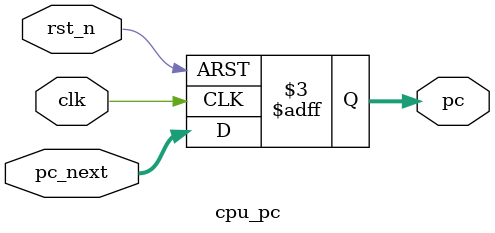
<source format=sv>
module cpu_pc(clk, rst_n, pc_next, pc);
    input         clk, rst_n;
    input  [15:0] pc_next;
    output [15:0] pc;

    always_ff @(posedge clk or negedge rst_n) begin
        if (!rst_n) begin
            pc <= 16'h0;
        end
        else begin
            pc <= pc_next;
        end
    end

endmodule

</source>
